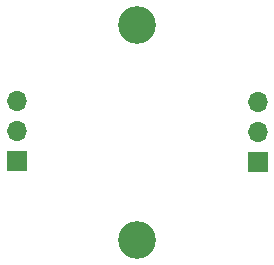
<source format=gbs>
%TF.GenerationSoftware,KiCad,Pcbnew,6.0.4-6f826c9f35~116~ubuntu20.04.1*%
%TF.CreationDate,2022-04-29T21:07:04-06:00*%
%TF.ProjectId,square,73717561-7265-42e6-9b69-6361645f7063,rev?*%
%TF.SameCoordinates,Original*%
%TF.FileFunction,Soldermask,Bot*%
%TF.FilePolarity,Negative*%
%FSLAX46Y46*%
G04 Gerber Fmt 4.6, Leading zero omitted, Abs format (unit mm)*
G04 Created by KiCad (PCBNEW 6.0.4-6f826c9f35~116~ubuntu20.04.1) date 2022-04-29 21:07:04*
%MOMM*%
%LPD*%
G01*
G04 APERTURE LIST*
%ADD10C,3.200000*%
%ADD11R,1.700000X1.700000*%
%ADD12O,1.700000X1.700000*%
G04 APERTURE END LIST*
D10*
%TO.C,H2*%
X50100000Y-54884117D03*
%TD*%
%TO.C,H1*%
X50100000Y-36700000D03*
%TD*%
D11*
%TO.C,J2*%
X60300000Y-48325000D03*
D12*
X60300000Y-45785000D03*
X60300000Y-43245000D03*
%TD*%
D11*
%TO.C,J1*%
X39900000Y-48215000D03*
D12*
X39900000Y-45675000D03*
X39900000Y-43135000D03*
%TD*%
M02*

</source>
